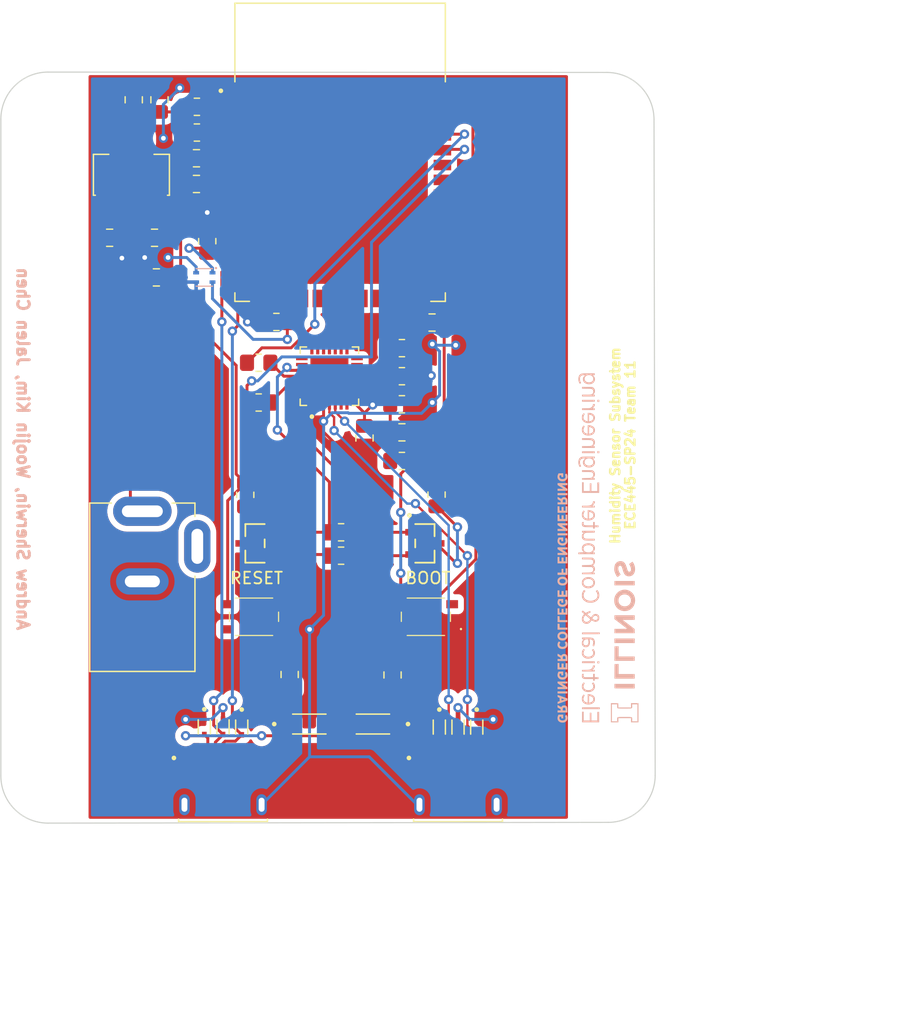
<source format=kicad_pcb>
(kicad_pcb (version 20221018) (generator pcbnew)
  (layers (0 "F.Cu" signal) (31 "B.Cu" signal) (34 "B.Paste" user) (35 "F.Paste" user) (36 "B.SilkS" user "B.Silkscreen") (37 "F.SilkS" user "F.Silkscreen") (38 "B.Mask" user) (39 "F.Mask" user) (44 "Edge.Cuts" user))
  (net 0 "")
  (net 1 "+12V")
  (net 2 "GND")
  (net 3 "+3.3V")
  (net 4 "Net-(C6-Pad1)")
  (net 5 "Net-(C7-Pad1)")
  (net 6 "Net-(U4-VBUS)")
  (net 7 "CHIP_PU")
  (net 8 "IO0")
  (net 9 "USB_DP")
  (net 10 "USB_DN")
  (net 11 "IO20")
  (net 12 "IO19")
  (net 13 "VBUS")
  (net 17 "Net-(U1-IO8)")
  (net 18 "Net-(U1-IO9)")
  (net 19 "Net-(U4-~{RST})")
  (net 20 "Net-(U4-~{SUSPEND})")
  (net 21 "Net-(U4-TXD)")
  (net 22 "U0RXD")
  (net 23 "Net-(U4-RXD)")
  (net 24 "U0TXD")
  (net 25 "DTR")
  (net 26 "Net-(U5-BASE)")
  (net 27 "RTS")
  (net 28 "Net-(U6-BASE)")
  (net 29 "Net-(U5-COLLECTOR)")
  (net 30 "Net-(U6-COLLECTOR)")
  (net 31 "ESP_3V3")
  (footprint "Resistor_SMD:R_0805_2012Metric_Pad1.20x1.40mm_HandSolder" (layer "F.Cu") (at 119.95 89 180)
    (fp_text reference "R7" hide)
    (fp_text value "0" hide)
  )
  (footprint "ECE445:SOT-23_ONS" (layer "F.Cu") (at 119.6348 101.0475 90)
    (fp_text reference "U5" hide)
    (fp_text value "L8050QLT1G" hide)
  )
  (footprint "Capacitor_SMD:C_0805_2012Metric_Pad1.18x1.45mm_HandSolder" (layer "F.Cu") (at 129 92.0375 -90)
    (fp_text reference "C8" hide)
    (fp_text value "10uF" hide)
  )
  (footprint "Resistor_SMD:R_0805_2012Metric_Pad1.20x1.40mm_HandSolder" (layer "F.Cu") (at 132.2 89.15 180)
    (fp_text reference "R6" hide)
    (fp_text value "47500" hide)
  )
  (footprint "ECE445:SOT-23_ONS" (layer "F.Cu") (at 134.1652 101.0475 -90)
    (fp_text reference "U6" hide)
    (fp_text value "L8050QLT1G" hide)
  )
  (footprint "Resistor_SMD:R_0805_2012Metric_Pad1.20x1.40mm_HandSolder" (layer "F.Cu") (at 114.665 63.71 180)
    (fp_text reference "R13" hide)
    (fp_text value "0" hide)
  )
  (footprint "ECE445:PTS815 SJG 250 SMTR LFS" (layer "F.Cu") (at 134.25 107.325 180)
    (fp_text reference "S1" hide)
    (fp_text value "PTS815_SJG_250_SMTR_LFS" hide)
  )
  (footprint "Capacitor_SMD:C_0805_2012Metric_Pad1.18x1.45mm_HandSolder" (layer "F.Cu") (at 111.04 74.91)
    (fp_text reference "C1" hide)
    (fp_text value "1uF" hide)
  )
  (footprint "Resistor_SMD:R_0805_2012Metric_Pad1.20x1.40mm_HandSolder" (layer "F.Cu") (at 115.55 75.2 90)
    (fp_text reference "R1" hide)
    (fp_text value "10000" hide)
  )
  (footprint "ECE445:LDL1117S33R-SnapEDA" (layer "F.Cu") (at 109.065 69.525 90)
    (fp_text reference "U2" hide)
    (fp_text value "LDL1117S33R-SnapEDA" hide)
  )
  (footprint "Capacitor_SMD:C_0805_2012Metric_Pad1.18x1.45mm_HandSolder" (layer "F.Cu") (at 114.6275 68.11 180)
    (fp_text reference "C10" hide)
    (fp_text value "1uF" hide)
  )
  (footprint "Capacitor_SMD:C_0805_2012Metric_Pad1.18x1.45mm_HandSolder" (layer "F.Cu") (at 107.2025 74.91 180)
    (fp_text reference "C2" hide)
    (fp_text value "4.7uF" hide)
  )
  (footprint "ECE445:LESD5D5_0CT1G" (layer "F.Cu") (at 138.6 116.76 -90)
    (fp_text reference "D1" hide)
    (fp_text value "LESD5D5.0CT1G" hide)
  )
  (footprint "Resistor_SMD:R_0805_2012Metric_Pad1.20x1.40mm_HandSolder" (layer "F.Cu") (at 132.2 86.75 180)
    (fp_text reference "R3" hide)
    (fp_text value "1000" hide)
  )
  (footprint "ECE445:PTS815 SJG 250 SMTR LFS" (layer "F.Cu") (at 119.55 107.325 180)
    (fp_text reference "S2" hide)
    (fp_text value "PTS815_SJG_250_SMTR_LFS" hide)
  )
  (footprint "ECE445:ESP32-S3-WROOM-1-N8-SnapEDA" (layer "F.Cu") (at 126.915 67.6)
    (fp_text reference "U1" hide)
    (fp_text value "ESP32-S3-WROOM-1-N8" hide)
  )
  (footprint "Resistor_SMD:R_0805_2012Metric_Pad1.20x1.40mm_HandSolder" (layer "F.Cu") (at 127 100.1)
    (fp_text reference "R10" hide)
    (fp_text value "10000" hide)
  )
  (footprint "Capacitor_SMD:C_0805_2012Metric_Pad1.18x1.45mm_HandSolder" (layer "F.Cu") (at 109.265 63.11 90)
    (fp_text reference "C4" hide)
    (fp_text value "10uF" hide)
  )
  (footprint "ECE445:PJ-202AH" (layer "F.Cu") (at 110 104.8 -90)
    (fp_text reference "J1" hide)
    (fp_text value "PJ-202AH" hide)
  )
  (footprint "Resistor_SMD:R_0805_2012Metric_Pad1.20x1.40mm_HandSolder" (layer "F.Cu") (at 118.8 96.895 90)
    (fp_text reference "R11" hide)
    (fp_text value "0" hide)
  )
  (footprint "Resistor_SMD:R_0805_2012Metric_Pad1.20x1.40mm_HandSolder" (layer "F.Cu") (at 121.465 82.11 180)
    (fp_text reference "R2" hide)
    (fp_text value "10000" hide)
  )
  (footprint "ECE445:LESD5D5_0CT1G" (layer "F.Cu") (at 118.5 116.76 -90)
    (fp_text reference "D3" hide)
    (fp_text value "LESD5D5.0CT1G" hide)
  )
  (footprint "ECE445:10118193-0001LF" (layer "F.Cu") (at 137 123.4)
    (fp_text reference "J2" hide)
    (fp_text value "10118193-0001LF" hide)
  )
  (footprint "ECE445:LESD5D5_0CT1G" (layer "F.Cu") (at 116.9 116.74 -90)
    (fp_text reference "D4" hide)
    (fp_text value "LESD5D5.0CT1G" hide)
  )
  (footprint "Capacitor_SMD:C_0805_2012Metric_Pad1.18x1.45mm_HandSolder" (layer "F.Cu") (at 114.6275 70.31 180)
    (fp_text reference "C12" hide)
    (fp_text value "0.1uF" hide)
  )
  (footprint "Capacitor_SMD:C_0805_2012Metric_Pad1.18x1.45mm_HandSolder" (layer "F.Cu") (at 111.2 78.3 180)
    (fp_text reference "C3" hide)
    (fp_text value "100nF" hide)
  )
  (footprint "Resistor_SMD:R_0805_2012Metric_Pad1.20x1.40mm_HandSolder" (layer "F.Cu") (at 127 102.1 180)
    (fp_text reference "R9" hide)
    (fp_text value "10000" hide)
  )
  (footprint "Capacitor_SMD:C_0805_2012Metric_Pad1.18x1.45mm_HandSolder" (layer "F.Cu") (at 111.465 63.11 90)
    (fp_text reference "C5" hide)
    (fp_text value "0.1uF" hide)
  )
  (footprint "Resistor_SMD:R_0805_2012Metric_Pad1.20x1.40mm_HandSolder" (layer "F.Cu") (at 132.2 94 180)
    (fp_text reference "R5" hide)
    (fp_text value "22100" hide)
  )
  (footprint "MountingHole:MountingHole_3.2mm_M3" (layer "F.Cu") (at 150.1 121.1)
    (fp_text reference "H4" hide)
    (fp_text value "MountingHole" hide)
  )
  (footprint "ECE445:CP2102N-A02-GQFN28" (layer "F.Cu") (at 126 86.75 90)
    (fp_text reference "U4" hide)
    (fp_text value "CP2102N-A02-GQFN28" hide)
  )
  (footprint "ECE445:10118193-0001LF" (layer "F.Cu") (at 116.9 123.4)
    (fp_text reference "J3" hide)
    (fp_text value "10118193-0001LF" hide)
  )
  (footprint "ECE445:LESD5D5_0CT1G" (layer "F.Cu") (at 135.4 116.76 -90)
    (fp_text reference "D7" hide)
    (fp_text value "LESD5D5.0CT1G" hide)
  )
  (footprint "ECE445:LESD5D5_0CT1G" (layer "F.Cu") (at 137 116.76 -90)
    (fp_text reference "D2" hide)
    (fp_text value "LESD5D5.0CT1G" hide)
  )
  (footprint "Resistor_SMD:R_0805_2012Metric_Pad1.20x1.40mm_HandSolder" (layer "F.Cu") (at 135.1652 96.876 90)
    (fp_text reference "R12" hide)
    (fp_text value "0" hide)
  )
  (footprint "ECE445:1N5819HW-7-F" (layer "F.Cu") (at 129.72 116.5 180)
    (fp_text reference "D6" hide)
    (fp_text value "1N5819HW-7-F" hide)
  )
  (footprint "Capacitor_SMD:C_0805_2012Metric_Pad1.18x1.45mm_HandSolder" (layer "F.Cu") (at 132.2 91.55)
    (fp_text reference "C9" hide)
    (fp_text value "1uF" hide)
  )
  (footprint "Resistor_SMD:R_0805_2012Metric_Pad1.20x1.40mm_HandSolder" (layer "F.Cu") (at 119.95 85.6 180)
    (fp_text reference "R8" hide)
    (fp_text value "0" hide)
  )
  (footprint "ECE445:LESD5D5_0CT1G" (layer "F.Cu") (at 115.3 116.74 -90)
    (fp_text reference "D8" hide)
    (fp_text value "LESD5D5.0CT1G" hide)
  )
  (footprint "Capacitor_SMD:C_0805_2012Metric_Pad1.18x1.45mm_HandSolder" (layer "F.Cu") (at 122.6 112.2625 90)
    (fp_text reference "C7" hide)
    (fp_text value "10uF" hide)
  )
  (footprint "ECE445:1N5819HW-7-F" (layer "F.Cu") (at 124.28 116.5)
    (fp_text reference "D5" hide)
    (fp_text value "1N5819HW-7-F" hide)
  )
  (footprint "Capacitor_SMD:C_0805_2012Metric_Pad1.18x1.45mm_HandSolder" (layer "F.Cu") (at 134.7775 82.16 180)
    (fp_text reference "C11" hide)
    (fp_text value "0.1uF" hide)
  )
  (footprint "MountingHole:MountingHole_3.2mm_M3" (layer "F.Cu") (at 101.7 121.1)
    (fp_text reference "H2" hide)
    (fp_text value "MountingHole" hide)
  )
  (footprint "MountingHole:MountingHole_3.2mm_M3" (layer "F.Cu") (at 101.8 64.5)
    (fp_text reference "H1" hide)
    (fp_text value "MountingHole" hide)
  )
  (footprint "MountingHole:MountingHole_3.2mm_M3" (layer "F.Cu") (at 149.881128 64.6)
    (fp_text reference "H3" hide)
    (fp_text value "MountingHole" hide)
  )
  (footprint "Resistor_SMD:R_0805_2012Metric_Pad1.20x1.40mm_HandSolder" (layer "F.Cu") (at 132.2 84.35 180)
    (fp_text reference "R4" hide)
    (fp_text value "10000" hide)
  )
  (footprint "Resistor_SMD:R_0805_2012Metric_Pad1.20x1.40mm_HandSolder" (layer "F.Cu") (at 114.665 65.91)
    (fp_text reference "R14" hide)
    (fp_text value "10000" hide)
  )
  (footprint "Capacitor_SMD:C_0805_2012Metric_Pad1.18x1.45mm_HandSolder" (layer "F.Cu") (at 131.4 112.3 90)
    (fp_text reference "C6" hide)
    (fp_text value "10uF" hide)
  )
  (footprint "ECE445:SHT45-AD1B-R3" (layer "B.Cu") (at 115.3 78.3 180)
    (fp_text reference "U3" hide)
    (fp_text value "SHT45-AD1B-R3" hide)
  )
  (footprint "ECE445:IllinoisECENegative31mm" (layer "B.Cu") (at 149 101.4 90)
    (fp_text reference "" hide)
    (fp_text value "LOGO" hide)
  )
  (gr_arc (start 101.931128 124.971128) (mid 99.08069 123.790438) (end 97.9 120.94) (stroke (width 0.1)) (layer "Edge.Cuts"))
  (gr_arc (start 97.9 64.771128) (mid 99.08069 61.92069) (end 101.931128 60.74) (stroke (width 0.1)) (layer "Edge.Cuts"))
  (gr_arc (start 149.731128 60.771128) (mid 152.581566 61.951818) (end 153.762256 64.802256) (stroke (width 0.1)) (layer "Edge.Cuts"))
  (gr_line (start 97.9 64.771128) (end 97.9 120.94) (stroke (width 0.1)) (layer "Edge.Cuts"))
  (gr_arc (start 153.862256 120.877744) (mid 152.681566 123.728182) (end 149.831128 124.908872) (stroke (width 0.1)) (layer "Edge.Cuts"))
  (gr_line (start 149.731128 60.771128) (end 101.931128 60.74) (stroke (width 0.1)) (layer "Edge.Cuts"))
  (gr_line (start 153.862256 120.877744) (end 153.762256 64.802256) (stroke (width 0.1)) (layer "Edge.Cuts"))
  (gr_line (start 101.931128 124.971128) (end 149.831128 124.908872) (stroke (width 0.1)) (layer "Edge.Cuts"))
  (gr_text "Andrew Sherwin, Woojin Kim, Jalen Chen" (at 99.2 108.6 270) (layer "B.SilkS") (effects (font (size 1 1) (thickness 0.25) bold) (justify left bottom mirror)))
  (gr_text "Humidity Sensor Subsystem\n  ECE445-SP24 Team 11" (at 152.2 101.2 90) (layer "F.SilkS") (effects (font (size 0.8 0.8) (thickness 0.2) bold) (justify left bottom)))
  (gr_text "BOOT" (at 132.4 104.6) (layer "F.SilkS") (effects (font (size 1 1)) (justify left bottom)))
  (gr_text "RESET" (at 117.4 104.6) (layer "F.SilkS") (effects (font (size 1 1)) (justify left bottom)))
  (segment (start 111.365 73.5475) (end 110.0025 74.91) (width 0.25) (layer "F.Cu") (net 1))
  (segment (start 111.365 72.54) (end 111.365 73.5475) (width 0.25) (layer "F.Cu") (net 1))
  (segment (start 110.0025 74.91) (end 108.975 75.9375) (width 0.25) (layer "F.Cu") (net 1))
  (segment (start 108.975 75.9375) (end 108.975 97.275) (width 0.25) (layer "F.Cu") (net 1))
  (segment (start 108.975 97.275) (end 110 98.3) (width 0.25) (layer "F.Cu") (net 1))
  (segment (start 138.275 82.625) (end 136.8 84.1) (width 0.25) (layer "F.Cu") (net 2))
  (segment (start 138.975 105.925) (end 138.975 86.275) (width 0.25) (layer "F.Cu") (net 2))
  (segment (start 112.2 76.6) (end 112.2 75.0325) (width 0.25) (layer "F.Cu") (net 2))
  (segment (start 120.1 121.4) (end 118.1 123.4) (width 0.25) (layer "F.Cu") (net 2))
  (segment (start 125.415 70.06) (end 126.815 71.46) (width 0.25) (layer "F.Cu") (net 2))
  (segment (start 125.897537 71.885) (end 126.332463 71.885) (width 0.25) (layer "F.Cu") (net 2))
  (segment (start 113.59 70.31) (end 112.8 71.1) (width 0.25) (layer "F.Cu") (net 2))
  (segment (start 125.5 91.525305) (end 125.5 90.6) (width 0.25) (layer "F.Cu") (net 2))
  (segment (start 109.265 62.0725) (end 111.465 62.0725) (width 0.25) (layer "F.Cu") (net 2))
  (segment (start 106.765 64.5725) (end 106.765 72.54) (width 0.25) (layer "F.Cu") (net 2))
  (segment (start 113.7 119.25) (end 113.7 120.95) (width 0.25) (layer "F.Cu") (net 2))
  (segment (start 123.49 69.477463) (end 123.972537 69.96) (width 0.25) (layer "F.Cu") (net 2))
  (segment (start 118.1 123.4) (end 120.2 123.4) (width 0.25) (layer "F.Cu") (net 2))
  (segment (start 113.7 120.95) (end 113.7 123.3) (width 0.25) (layer "F.Cu") (net 2))
  (segment (start 134.8 83.22) (end 133.74 82.16) (width 0.25) (layer "F.Cu") (net 2))
  (segment (start 125.415 71.46) (end 125.415 70.06) (width 0.25) (layer "F.Cu") (net 2))
  (segment (start 118.165 62.34) (end 113.44 62.34) (width 0.25) (layer "F.Cu") (net 2))
  (segment (start 126.297463 68) (end 126.815 68.517537) (width 0.25) (layer "F.Cu") (net 2))
  (segment (start 124.015 67.09) (end 124.015 68.56) (width 0.25) (layer "F.Cu") (net 2))
  (segment (start 127.34 70.442537) (end 126.857463 69.96) (width 0.25) (layer "F.Cu") (net 2))
  (segment (start 112.8 71.1) (end 112.8 74.1875) (width 0.25) (layer "F.Cu") (net 2))
  (segment (start 124.015 70.06) (end 125.415 70.06) (width 0.25) (layer "F.Cu") (net 2))
  (segment (start 133.7 123.4) (end 135.8 123.4) (width 0.25) (layer "F.Cu") (net 2))
  (segment (start 129 93.075) (end 127.049695 93.075) (width 0.25) (layer "F.Cu") (net 2))
  (segment (start 124.015 68.56) (end 124.015 68.517537) (width 0.25) (layer "F.Cu") (net 2))
  (segment (start 125.415 71.36) (end 125.415 71.402463) (width 0.25) (layer "F.Cu") (net 2))
  (segment (start 119.165 62.24) (end 124.015 67.09) (width 0.25) (layer "F.Cu") (net 2))
  (segment (start 140.2 121.4) (end 138.2 123.4) (width 0.25) (layer "F.Cu") (net 2))
  (segment (start 140 114.8) (end 140 116.1) (width 0.25) (layer "F.Cu") (net 2))
  (segment (start 124.015 68.56) (end 123.972537 68.56) (width 0.25) (layer "F.Cu") (net 2))
  (segment (start 138.975 86.275) (end 136.8 84.1) (width 0.25) (layer "F.Cu") (net 2))
  (segment (start 113.7 116.1) (end 115.28 116.1) (width 0.25) (layer "F.Cu") (net 2))
  (segment (start 126.332463 71.885) (end 126.815 71.402463) (width 0.25) (layer "F.Cu") (net 2))
  (segment (start 133.8 120.95) (end 133.8 121.4) (width 0.25) (layer "F.Cu") (net 2))
  (segment (start 125.5 87.25) (end 126 86.75) (width 0.25) (layer "F.Cu") (net 2))
  (segment (start 125.415 68.517537) (end 125.932537 68) (width 0.25) (layer "F.Cu") (net 2))
  (segment (start 113.59 70.31) (end 113.59 68.11) (width 0.25) (layer "F.Cu") (net 2))
  (segment (start 123.49 70.442537) (end 123.49 70.877463) (width 0.25) (layer "F.Cu") (net 2))
  (segment (start 134.65 89.15) (end 134.8 89) (width 0.25) (layer "F.Cu") (net 2))
  (segment (start 125.415 68.66) (end 125.415 70.06) (width 0.25) (layer "F.Cu") (net 2))
  (segment (start 124.015 71.36) (end 124.015 71.402463) (width 0.25) (layer "F.Cu") (net 2))
  (segment (start 127.049695 93.075) (end 125.5 91.525305) (width 0.25) (layer "F.Cu") (net 2))
  (segment (start 126.815 70.06) (end 125.415 70.06) (width 0.25) (layer "F.Cu") (net 2))
  (segment (start 124.015 69.96) (end 123.972537 69.96) (width 0.25) (layer "F.Cu") (net 2))
  (segment (start 110 115.55) (end 113.7 119.25) (width 0.25) (layer "F.Cu") (net 2))
  (segment (start 133.74 83.81) (end 133.2 84.35) (width 0.25) (layer "F.Cu") (net 2))
  (segment (start 124.497537 71.885) (end 124.932463 71.885) (width 0.25) (layer "F.Cu") (net 2))
  (segment (start 125.415 71.402463) (end 125.897537 71.885) (width 0.25) (layer "F.Cu") (net 2))
  (segment (start 111.4925 62.1) (end 111.465 62.0725) (width 0.25) (layer "F.Cu") (net 2))
  (segment (start 125.415 70.06) (end 124.015 68.66) (width 0.25) (layer "F.Cu") (net 2))
  (segment (start 126.815 69.96) (end 126.857463 69.96) (width 0.25) (layer "F.Cu") (net 2))
  (segment (start 124.015 71.402463) (end 124.497537 71.885) (width 0.25) (layer "F.Cu") (net 2))
  (segment (start 123.972537 69.96) (end 123.49 70.442537) (width 0.25) (layer "F.Cu") (net 2))
  (segment (start 115.7 123.4) (end 118.1 123.4) (width 0.25) (layer "F.Cu") (net 2))
  (segment (start 135.665 62.34) (end 136.665 62.34) (width 0.25) (layer "F.Cu") (net 2))
  (segment (start 124.3 108.4) (end 121.8 108.4) (width 0.25) (layer "F.Cu") (net 2))
  (segment (start 133.8 121.4) (end 135.8 123.4) (width 0.25) (layer "F.Cu") (net 2))
  (segment (start 106.165 100.465) (end 110 104.3) (width 0.25) (layer "F.Cu") (net 2))
  (segment (start 112.2375 76.6375) (end 112.2 76.6) (width 0.25) (layer "F.Cu") (net 2))
  (segment (start 118.165 62.24) (end 119.165 62.24) (width 0.25) (layer "F.Cu") (net 2))
  (segment (start 106.165 74.91) (end 106.165 100.465) (width 0.25) (layer "F.Cu") (net 2))
  (segment (start 136.665 62.34) (end 138.275 63.95) (width 0.25) (layer "F.Cu") (net 2))
  (segment (start 125.5 89.11) (end 125.5 87.25) (width 0.25) (layer "F.Cu") (net 2))
  (segment (start 140.2 116.3) (end 140.2 120.95) (width 0.25) (layer "F.Cu") (net 2))
  (segment (start 127.34 69.477463) (end 127.34 69.042537) (width 0.25) (layer "F.Cu") (net 2))
  (segment (start 123.972537 68.56) (end 123.49 69.042537) (width 0.25) (layer "F.Cu") (net 2))
  (segment (start 113.6 123.4) (end 115.7 123.4) (width 0.25) (layer "F.Cu") (net 2))
  (segment (start 112.8 74.1875) (end 112.0775 74.91) (width 0.25) (layer "F.Cu") (net 2))
  (segment (start 135.8 123.4) (end 138.2 123.4) (width 0.25) (layer "F.Cu") (net 2))
  (segment (start 133.135 62.34) (end 126.815 68.66) (width 0.25) (layer "F.Cu") (net 2))
  (segment (start 138.2 123.4) (end 140.3 123.4) (width 0.25) (layer "F.Cu") (net 2))
  (segment (start 135.665 62.34) (end 133.135 62.34) (width 0.25) (layer "F.Cu") (net 2))
  (segment (start 124.932463 71.885) (end 125.415 71.402463) (width 0.25) (layer "F.Cu") (net 2))
  (segment (start 138.6 116.1) (end 140 116.1) (width 0.25) (layer "F.Cu") (net 2))
  (segment (start 127.34 69.042537) (end 126.857463 68.56) (width 0.25) (layer "F.Cu") (net 2))
  (segment (start 109.265 62.0725) (end 106.765 64.5725) (width 0.25) (layer "F.Cu") (net 2))
  (segment (start 127.34 70.877463) (end 127.34 70.442537) (width 0.25) (layer "F.Cu") (net 2))
  (segment (start 112.2 75.0325) (end 112.0775 74.91) (width 0.25) (layer "F.Cu") (net 2))
  (segment (start 120.1 120.95) (end 120.1 123.3) (width 0.25) (layer "F.Cu") (net 2))
  (segment (start 133.2 89.15) (end 134.65 89.15) (width 0.25) (layer "F.Cu") (net 2))
  (segment (start 123.49 69.042537) (end 123.49 69.477463) (width 0.25) (layer "F.Cu") (net 2))
  (segment (start 126.857463 71.36) (end 127.34 70.877463) (width 0.25) (layer "F.Cu") (net 2))
  (segment (start 123.49 70.877463) (end 123.972537 71.36) (width 0.25) (layer "F.Cu") (net 2))
  (segment (start 138.975 113.775) (end 140 114.8) (width 0.25) (layer "F.Cu") (net 2))
  (segment (start 120.1 120.95) (end 120.1 121.4) (width 0.25) (layer "F.Cu") (net 2))
  (segment (start 126.815 71.402463) (end 126.815 71.36) (width 0.25) (layer "F.Cu") (net 2))
  (segment (start 113.59 68.11) (end 113.51 68.11) (width 0.25) (layer "F.Cu") (net 2))
  (segment (start 124.015 71.46) (end 125.415 70.06) (width 0.25) (layer "F.Cu") (net 2))
  (segment (start 133.8 120.95) (end 133.8 123.3) (width 0.25) (layer "F.Cu") (net 2))
  (segment (start 134.8 84) (end 134.8 83.22) (width 0.25) (layer "F.Cu") (net 2))
  (segment (start 110 104.3) (end 110 115.55) (width 0.25) (layer "F.Cu") (net 2))
  (segment (start 124.932463 68.035) (end 125.415 68.517537) (width 0.25) (layer "F.Cu") (net 2))
  (segment (start 136.5 108.4) (end 138.975 105.925) (width 0.25) (layer "F.Cu") (net 2))
  (segment (start 126.857463 69.96) (end 127.34 69.477463) (width 0.25) (layer "F.Cu") (net 2))
  (segment (start 106.165 74.91) (end 106.165 73.14) (width 0.25) (layer "F.Cu") (net 2))
  (segment (start 125.415 68.56) (end 125.415 68.517537) (width 0.25) (layer "F.Cu") (net 2))
  (segment (start 125.5 90.6) (end 125.5 89.11) (width 0.25) (layer "F.Cu") (net 2))
  (segment (start 126.815 68.517537) (end 126.815 68.56) (width 0.25) (layer "F.Cu") (net 2))
  (segment (start 126.857463 68.56) (end 126.815 68.56) (width 0.25) (layer "F.Cu") (net 2))
  (segment (start 125.932537 68) (end 126.297463 68) (width 0.25) (layer "F.Cu") (net 2))
  (segment (start 138.275 63.95) (end 138.275 82.625) (width 0.25) (layer "F.Cu") (net 2))
  (segment (start 113.7 121.4) (end 115.7 123.4) (width 0.25) (layer "F.Cu") (net 2))
  (segment (start 140.2 120.95) (end 140.2 121.4) (width 0.25) (layer "F.Cu") (net 2))
  (segment (start 124.497537 68.035) (end 124.932463 68.035) (width 0.25) (layer "F.Cu") (net 2))
  (segment (start 140 116.1) (end 140.2 116.3) (width 0.25) (layer "F.Cu") (net 2))
  (segment (start 124.015 68.517537) (end 124.497537 68.035) (width 0.25) (layer "F.Cu") (net 2))
  (segment (start 113.7 120.95) (end 113.7 121.4) (width 0.25) (layer "F.Cu") (net 2))
  (segment (start 126.815 68.66) (end 125.415 70.06) (width 0.25) (layer "F.Cu") (net 2))
  (segment (start 140.2 120.95) (end 140.2 123.3) (width 0.25) (layer "F.Cu") (net 2))
  (segment (start 123.972537 71.36) (end 124.015 71.36) (width 0.25) (layer "F.Cu") (net 2))
  (segment (start 113.44 62.34) (end 113.2 62.1) (width 0.25) (layer "F.Cu") (net 2))
  (segment (start 112.2375 78.3) (end 112.2375 76.6375) (width 0.25) (layer "F.Cu") (net 2))
  (segment (start 126.815 71.36) (end 126.857463 71.36) (width 0.25) (layer "F.Cu") (net 2))
  (segment (start 133.74 82.16) (end 133.74 83.81) (width 0.25) (layer "F.Cu") (net 2))
  (segment (start 106.165 73.14) (end 106.765 72.54) (width 0.25) (layer "F.Cu") (net 2))
  (segment (start 138.975 105.925) (end 138.975 113.775) (width 0.25) (layer "F.Cu") (net 2))
  (segment (start 113.51 68.11) (end 111.8 66.4) (width 0.25) (layer "F.Cu") (net 2))
  (segment (start 113.2 62.1) (end 111.4925 62.1) (width 0.25) (layer "F.Cu") (net 2))
  (via (at 134.8 89) (size 0.8) (drill 0.4) (layers "F.Cu" "B.Cu") (net 2))
  (via (at 140 116.1) (size 0.8) (drill 0.4) (layers "F.Cu" "B.Cu") (net 2))
  (via (at 113.7 116.1) (size 0.8) (drill 0.4) (layers "F.Cu" "B.Cu") (net 2))
  (via (at 112.2 76.6) (size 0.8) (drill 0.4) (layers "F.Cu" "B.Cu") (net 2))
  (via (at 113.2 62.1) (size 0.8) (drill 0.4) (layers "F.Cu" "B.Cu") (net 2))
  (via (at 124.3 108.4) (size 0.8) (drill 0.4) (layers "F.Cu" "B.Cu") (net 2))
  (via (at 116.9 115.1) (size 0.8) (drill 0.4) (layers "F.Cu" "B.Cu") (net 2))
  (via (at 111.8 66.4) (size 0.8) (drill 0.4) (layers "F.Cu" "B.Cu") (net 2))
  (via (at 137 115.1) (size 0.8) (drill 0.4) (layers "F.Cu" "B.Cu") (net 2))
  (via (at 134.8 84) (size 0.8) (drill 0.4) (layers "F.Cu" "B.Cu") (net 2))
  (via (at 136.8 84.1) (size 0.8) (drill 0.4) (layers "F.Cu" "B.Cu") (net 2))
  (via (at 125.5 90.6) (size 0.8) (drill 0.4) (layers "F.Cu" "B.Cu") (net 2))
  (segment (start 116.9 115.1) (end 115.9 116.1) (width 0.25) (layer "B.Cu") (net 2))
  (segment (start 115.9 116.1) (end 113.7 116.1) (width 0.25) (layer "B.Cu") (net 2))
  (segment (start 111.8 63.5) (end 113.2 62.1) (width 0.25) (layer "B.Cu") (net 2))
  (segment (start 126.225 89.875) (end 125.5 90.6) (width 0.25) (layer "B.Cu") (net 2))
  (segment (start 138 116.1) (end 137 115.1) (width 0.25) (layer "B.Cu") (net 2))
  (segment (start 134.8 89) (end 133.875 89.925) (width 0.25) (layer "B.Cu") (net 2))
  (segment (start 114.6 77.9) (end 114.6 77.4) (width 0.25) (layer "B.Cu") (net 2))
  (segment (start 133.875 89.925) (end 127.650305 89.925) (width 0.25) (layer "B.Cu") (net 2))
  (segment (start 114.6 77.4) (end 114 76.8) (width 0.25) (layer "B.Cu") (net 2))
  (segment (start 113.8 76.6) (end 112.2 76.6) (width 0.25) (layer "B.Cu") (net 2))
  (segment (start 136.8 84.1) (end 134.9 84.1) (width 0.25) (layer "B.Cu") (net 2))
  (segment (start 134.8 89) (end 135.425 88.375) (width 0.25) (layer "B.Cu") (net 2))
  (segment (start 124.3 119.3) (end 124.3 108.4) (width 0.25) (layer "B.Cu") (net 2))
  (segment (start 135.425 84.625) (end 134.8 84) (width 0.25) (layer "B.Cu") (net 2))
  (segment (start 134.9 84.1) (end 134.8 84) (width 0.25) (layer "B.Cu") (net 2))
  (segment (start 125.5 90.6) (end 125.5 107.2) (width 0.25) (layer "B.Cu") (net 2))
  (segment (start 140 116.1) (end 138 116.1) (width 0.25) (layer "B.Cu") (net 2))
  (segment (start 135.425 88.375) (end 135.425 84.625) (width 0.25) (layer "B.Cu") (net 2))
  (segment (start 133.7 123.4) (end 133.5 123.4) (width 0.25) (layer "B.Cu") (net 2))
  (segment (start 125.5 107.2) (end 124.3 108.4) (width 0.25) (layer "B.Cu") (net 2))
  (segment (start 129.4 119.3) (end 124.3 119.3) (width 0.25) (layer "B.Cu") (net 2))
  (segment (start 114 76.8) (end 113.8 76.6) (width 0.25) (layer "B.Cu") (net 2))
  (segment (start 124.3 119.3) (end 120.2 123.4) (width 0.25) (layer "B.Cu") (net 2))
  (segment (start 127.650305 89.925) (end 127.600305 89.875) (width 0.25) (layer "B.Cu") (net 2))
  (segment (start 127.600305 89.875) (end 126.225 89.875) (width 0.25) (layer "B.Cu") (net 2))
  (segment (start 111.8 66.4) (end 111.8 63.5) (width 0.25) (layer "B.Cu") (net 2))
  (segment (start 133.5 123.4) (end 129.4 119.3) (width 0.25) (layer "B.Cu") (net 2))
  (segment (start 108.25 74.92) (end 108.24 74.91) (width 0.25) (layer "F.Cu") (net 3))
  (segment (start 108.25 76.65) (end 108.25 74.92) (width 0.25) (layer "F.Cu") (net 3))
  (segment (start 109.065 64.3475) (end 109.265 64.1475) (width 0.25) (layer "F.Cu") (net 3))
  (segment (start 115.55 72.75) (end 115.55 74.2) (width 0.25) (layer "F.Cu") (net 3))
  (segment (start 120.465 82.11) (end 119.01 82.11) (width 0.25) (layer "F.Cu") (net 3))
  (segment (start 128.21 89.11) (end 129 89.9) (width 0.25) (layer "F.Cu") (net 3))
  (segment (start 109.065 66.51) (end 109.065 64.3475) (width 0.25) (layer "F.Cu") (net 3))
  (segment (start 109.065 72.54) (end 109.065 74.085) (width 0.25) (layer "F.Cu") (net 3))
  (segment (start 110.1625 78.3) (end 110.1625 76.6375) (width 0.25) (layer "F.Cu") (net 3))
  (segment (start 111.465 64.1475) (end 113.2275 64.1475) (width 0.25) (layer "F.Cu") (net 3))
  (segment (start 133.2 86.75) (end 134.65 86.75) (width 0.25) (layer "F.Cu") (net 3))
  (segment (start 129 91) (end 129 89.9) (width 0.25) (layer "F.Cu") (net 3))
  (segment (start 127 89.11) (end 127.5 89.11) (width 0.25) (layer "F.Cu") (net 3))
  (segment (start 109.065 74.085) (end 108.24 74.91) (width 0.25) (layer "F.Cu") (net 3))
  (segment (start 109.065 66.51) (end 109.065 72.54) (width 0.25) (layer "F.Cu") (net 3))
  (segment (start 127.5 89.11) (end 128.21 89.11) (width 0.25) (layer "F.Cu") (net 3))
  (segment (start 109.265 64.1475) (end 111.465 64.1475) (width 0.25) (layer "F.Cu") (net 3))
  (segment (start 113.2275 64.1475) (end 113.665 63.71) (width 0.25) (layer "F.Cu") (net 3))
  (segment (start 108.24 74.91) (end 107.94 74.91) (width 0.25) (layer "F.Cu") (net 3))
  (segment (start 129 89.9) (end 129.7 89.2) (width 0.25) (layer "F.Cu") (net 3))
  (via (at 115.55 72.75) (size 0.8) (drill 0.4) (layers "F.Cu" "B.Cu") (net 3))
  (via (at 134.7 86.7) (size 0.8) (drill 0.4) (layers "F.Cu" "B.Cu") (net 3))
  (via (at 108.25 76.65) (size 0.8) (drill 0.4) (layers "F.Cu" "B.Cu") (net 3))
  (via (at 129.7 89.2) (size 0.8) (drill 0.4) (layers "F.Cu" "B.Cu") (net 3))
  (via (at 119 82.1) (size 0.8) (drill 0.4) (layers "F.Cu" "B.Cu") (net 3))
  (via (at 110.2 76.6) (size 0.8) (drill 0.4) (layers "F.Cu" "B.Cu") (net 3))
  (segment (start 131 87.9) (end 129.7 89.2) (width 0.25) (layer "B.Cu") (net 3))
  (segment (start 134 87.9) (end 131 87.9) (width 0.25) (layer "B.Cu") (net 3))
  (segment (start 134.7 86.7) (end 134.7 87.2) (width 0.25) (layer "B.Cu") (net 3))
  (segment (start 134.7 87.2) (end 134 87.9) (width 0.25) (layer "B.Cu") (net 3))
  (segment (start 108.25 76.65) (end 110.15 76.65) (width 0.25) (layer "B.Cu") (net 3))
  (segment (start 110.15 76.65) (end 110.2 76.6) (width 0.25) (layer "B.Cu") (net 3))
  (segment (start 131.4 116.5) (end 131.4 113.3375) (width 0.25) (layer "F.Cu") (net 4))
  (segment (start 122.6 116.5) (end 122.6 113.3) (width 0.25) (layer "F.Cu") (net 5))
  (segment (start 130.3 88.25) (end 128.36 88.25) (width 0.25) (layer "F.Cu") (net 6))
  (segment (start 131.2 94) (end 131.2 91.5875) (width 0.25) (layer "F.Cu") (net 6))
  (segment (start 131.2 89.15) (end 130.3 88.25) (width 0.25) (layer "F.Cu") (net 6))
  (segment (start 131.2 89.15) (end 131.2 91.5125) (width 0.25) (layer "F.Cu") (net 6))
  (segment (start 115.665 70.31) (end 115.665 68.11) (width 0.25) (layer "F.Cu") (net 7))
  (segment (start 117.3 97.395) (end 118.8 95.895) (width 0.25) (layer "F.Cu") (net 7))
  (segment (start 118.025 85.825) (end 113.275 81.075) (width 0.25) (layer "F.Cu") (net 7))
  (segment (start 113.275 81.075) (end 113.275 72.7) (width 0.25) (layer "F.Cu") (net 7))
  (segment (start 113.275 72.7) (end 115.665 70.31) (width 0.25) (layer "F.Cu") (net 7))
  (segment (start 118.8 95.895) (end 118.025 95.12) (width 0.25) (layer "F.Cu") (net 7))
  (segment (start 117.3 106.25) (end 117.3 97.395) (width 0.25) (layer "F.Cu") (net 7))
  (segment (start 118.025 95.12) (end 118.025 85.825) (width 0.25) (layer "F.Cu") (net 7))
  (segment (start 116.795 64.78) (end 118.165 64.78) (width 0.25) (layer "F.Cu") (net 7))
  (segment (start 115.665 65.91) (end 115.665 68.11) (width 0.25) (layer "F.Cu") (net 7))
  (segment (start 115.665 65.91) (end 116.795 64.78) (width 0.25) (layer "F.Cu") (net 7))
  (segment (start 135.815 82.16) (end 135.815 78.9) (width 0.25) (layer "F.Cu") (net 8))
  (segment (start 135.815 82.16) (end 135.815 95.2262) (width 0.25) (layer "F.Cu") (net 8))
  (segment (start 135.815 78.9) (end 135.665 78.75) (width 0.25) (layer "F.Cu") (net 8))
  (segment (start 138.525 99.2358) (end 135.1652 95.876) (width 0.25) (layer "F.Cu") (net 8))
  (segment (start 134.675305 106.25) (end 138.525 102.400305) (width 0.25) (layer "F.Cu") (net 8))
  (segment (start 135.815 95.2262) (end 135.1652 95.876) (width 0.25) (layer "F.Cu") (net 8))
  (segment (start 138.525 102.400305) (end 138.525 99.2358) (width 0.25) (layer "F.Cu") (net 8))
  (segment (start 132 106.25) (end 134.675305 106.25) (width 0.25) (layer "F.Cu") (net 8))
  (segment (start 133.355378 97.650922) (end 133.355378 97.644622) (width 0.2) (layer "F.Cu") (net 9))
  (segment (start 126.4 91.4) (end 126.4 90.265686) (width 0.2) (layer "F.Cu") (net 9))
  (segment (start 138.6 117.42) (end 138.02 118) (width 0.2) (layer "F.Cu") (net 9))
  (segment (start 126 89.865686) (end 126 89.11) (width 0.2) (layer "F.Cu") (net 9))
  (segment (start 137 118.15) (end 137 120.725) (width 0.2) (layer "F.Cu") (net 9))
  (segment (start 137.8 116.62) (end 137.8 114.4) (width 0.2) (layer "F.Cu") (net 9))
  (segment (start 138.02 118) (end 137.15 118) (width 0.2) (layer "F.Cu") (net 9))
  (segment (start 138.6 117.42) (end 137.8 116.62) (width 0.2) (layer "F.Cu") (net 9))
  (segment (start 136.504456 100.8) (end 136.504456 100.804456) (width 0.2) (layer "F.Cu") (net 9))
  (segment (start 136.504456 100.804456) (end 137.8 102.1) (width 0.2) (layer "F.Cu") (net 9))
  (segment (start 137.15 118) (end 137 118.15) (width 0.2) (layer "F.Cu") (net 9))
  (segment (start 136.504456 100.8) (end 133.355378 97.650922) (width 0.2) (layer "F.Cu") (net 9))
  (segment (start 126.4 90.265686) (end 126 89.865686) (width 0.2) (layer "F.Cu") (net 9))
  (via (at 137.8 102.1) (size 0.8) (drill 0.4) (layers "F.Cu" "B.Cu") (net 9))
  (via (at 133.355378 97.644622) (size 0.8) (drill 0.4) (layers "F.Cu" "B.Cu") (net 9))
  (via (at 126.4 91.4) (size 0.8) (drill 0.4) (layers "F.Cu" "B.Cu") (net 9))
  (via (at 137.8 114.4) (size 0.8) (drill 0.4) (layers "F.Cu" "B.Cu") (net 9))
  (segment (start 132.644622 97.644622) (end 126.4 91.4) (width 0.2) (layer "B.Cu") (net 9))
  (segment (start 137.8 114.4) (end 137.8 102.1) (width 0.2) (layer "B.Cu") (net 9))
  (segment (start 133.355378 97.644622) (end 132.644622 97.644622) (width 0.2) (layer "B.Cu") (net 9))
  (segment (start 136.35 118.07) (end 136.35 120.725) (width 0.2) (layer "F.Cu") (net 10))
  (segment (start 127.3 90.6) (end 126.5 89.8) (width 0.2) (layer "F.Cu") (net 10))
  (segment (start 136.2 116.62) (end 136.2 114.4) (width 0.2) (layer "F.Cu") (net 10))
  (segment (start 137 117.42) (end 136.35 118.07) (width 0.2) (layer "F.Cu") (net 10))
  (segment (start 137 117.42) (end 136.2 116.62) (width 0.2) (layer "F.Cu") (net 10))
  (segment (start 126.5 89.8) (end 126.5 89.11) (width 0.2) (layer "F.Cu") (net 10))
  (via (at 136.2 114.4) (size 0.8) (drill 0.4) (layers "F.Cu" "B.Cu") (net 10))
  (via (at 127.3 90.6) (size 0.8) (drill 0.4) (layers "F.Cu" "B.Cu") (net 10))
  (segment (start 136.2 99.5) (end 127.3 90.6) (width 0.2) (layer "B.Cu") (net 10))
  (segment (start 136.2 114.4) (end 136.2 99.5) (width 0.2) (layer "B.Cu") (net 10))
  (segment (start 117.085 117.965) (end 116.9 118.15) (width 0.25) (layer "F.Cu") (net 11))
  (segment (start 117.7 82.9) (end 118.165 82.435) (width 0.25) (layer "F.Cu") (net 11))
  (segment (start 118.5 117.42) (end 117.955 117.965) (width 0.25) (layer "F.Cu") (net 11))
  (segment (start 117.7 116.62) (end 117.7 114.5) (width 0.25) (layer "F.Cu") (net 11))
  (segment (start 118.165 82.435) (end 118.165 78.75) (width 0.25) (layer "F.Cu") (net 11))
  (segment (start 118.5 117.42) (end 117.7 116.62) (width 0.25) (layer "F.Cu") (net 11))
  (segment (start 116.9 118.15) (end 116.9 120.725) (width 0.25) (layer "F.Cu") (net 11))
  (segment (start 117.955 117.965) (end 117.085 117.965) (width 0.25) (layer "F.Cu") (net 11))
  (via (at 117.7 82.9) (size 0.8) (drill 0.4) (layers "F.Cu" "B.Cu") (net 11))
  (via (at 117.7 114.5) (size 0.8) (drill 0.4) (layers "F.Cu" "B.Cu") (net 11))
  (segment (start 117.7 114.5) (end 117.7 82.9) (width 0.25) (layer "B.Cu") (net 11))
  (segment (start 116.8 82.1) (end 116.8 77.845) (width 0.25) (layer "F.Cu") (net 12))
  (segment (start 116.1 116.6) (end 116.1 114.5) (width 0.25) (layer "F.Cu") (net 12))
  (segment (start 116.9 117.4) (end 116.25 118.05) (width 0.25) (layer "F.Cu") (net 12))
  (segment (start 116.25 118.05) (end 116.25 120.725) (width 0.25) (layer "F.Cu") (net 12))
  (segment (start 116.9 117.4) (end 116.1 116.6) (width 0.25) (layer "F.Cu") (net 12))
  (segment (start 117.165 77.48) (end 118.165 77.48) (width 0.25) (layer "F.Cu") (net 12))
  (segment (start 116.8 77.845) (end 117.165 77.48) (width 0.25) (layer "F.Cu") (net 12))
  (via (at 116.8 82.1) (size 0.8) (drill 0.4) (layers "F.Cu" "B.Cu") (net 12))
  (via (at 116.1 114.5) (size 0.8) (drill 0.4) (layers "F.Cu" "B.Cu") (net 12))
  (segment (start 116.1 114.5) (end 116.8 113.8) (width 0.25) (layer "B.Cu") (net 12))
  (segment (start 116.8 113.8) (end 116.8 82.1) (width 0.25) (layer "B.Cu") (net 12))
  (segment (start 135.7 117.72) (end 135.7 120.725) (width 0.25) (layer "F.Cu") (net 13))
  (segment (start 128.96 117.42) (end 128.04 116.5) (width 0.25) (layer "F.Cu") (net 13))
  (segment (start 128.04 108.71) (end 132.1 104.65) (width 0.25) (layer "F.Cu") (net 13))
  (segment (start 115.6 117.7) (end 115.6 120.725) (width 0.25) (layer "F.Cu") (net 13))
  (segment (start 132.1 104.65) (end 132.1 103.6) (width 0.25) (layer "F.Cu") (net 13))
  (segment (start 132.1 98.4) (end 132.1 95.1) (width 0.25) (layer "F.Cu") (net 13))
  (segment (start 128.04 116.5) (end 128.04 108.71) (width 0.25) (layer "F.Cu") (net 13))
  (segment (start 128.04 116.5) (end 125.96 116.5) (width 0.25) (layer "F.Cu") (net 13))
  (segment (start 132.1 95.1) (end 133.2 94) (width 0.25) (layer "F.Cu") (net 13))
  (segment (start 113.7 117.5) (end 115.2 117.5) (width 0.25) (layer "F.Cu") (net 13))
  (segment (start 115.3 117.4) (end 115.6 117.7) (width 0.25) (layer "F.Cu") (net 13))
  (segment (start 124.96 117.5) (end 120.2 117.5) (width 0.25) (layer "F.Cu") (net 13))
  (segment (start 135.4 117.42) (end 135.7 117.72) (width 0.25) (layer "F.Cu") (net 13))
  (segment (start 135.4 117.42) (end 128.96 117.42) (width 0.25) (layer "F.Cu") (net 13))
  (segment (start 125.96 116.5) (end 124.96 117.5) (width 0.25) (layer "F.Cu") (net 13))
  (via (at 113.7 117.5) (size 0.8) (drill 0.4) (layers "F.Cu" "B.Cu") (net 13))
  (via (at 120.2 117.5) (size 0.8) (drill 0.4) (layers "F.Cu" "B.Cu") (net 13))
  (via (at 132.1 98.4) (size 0.8) (drill 0.4) (layers "F.Cu" "B.Cu") (net 13))
  (via (at 132.1 103.6) (size 0.8) (drill 0.4) (layers "F.Cu" "B.Cu") (net 13))
  (segment (start 132.1 103.6) (end 132.1 98.4) (width 0.25) (layer "B.Cu") (net 13))
  (segment (start 120.2 117.5) (end 113.7 117.5) (width 0.25) (layer "B.Cu") (net 13))
  (segment (start 114 75.800497) (end 115.150497 75.800497) (width 0.25) (layer "F.Cu") (net 17))
  (segment (start 118.165 76.21) (end 115.56 76.21) (width 0.25) (layer "F.Cu") (net 17))
  (segment (start 115.56 76.21) (end 115.55 76.2) (width 0.25) (layer "F.Cu") (net 17))
  (segment (start 115.150497 75.800497) (end 115.55 76.2) (width 0.25) (layer "F.Cu") (net 17))
  (via (at 114 75.800497) (size 0.8) (drill 0.4) (layers "F.Cu" "B.Cu") (net 17))
  (segment (start 116 77.5) (end 114.300497 75.800497) (width 0.25) (layer "B.Cu") (net 17))
  (segment (start 114.300497 75.800497) (end 114 75.800497) (width 0.25) (layer "B.Cu") (net 17))
  (segment (start 116 77.9) (end 116 77.5) (width 0.25) (layer "B.Cu") (net 17))
  (segment (start 122.465 80.005) (end 122.47 80) (width 0.25) (layer "F.Cu") (net 18))
  (segment (start 122.4 83.6) (end 122.4 82.175) (width 0.25) (layer "F.Cu") (net 18))
  (segment (start 122.465 82.11) (end 122.465 80.005) (width 0.25) (layer "F.Cu") (net 18))
  (via (at 122.4 83.6) (size 0.8) (drill 0.4) (layers "F.Cu" "B.Cu") (net 18))
  (segment (start 119.474695 83.6) (end 122.4 83.6) (width 0.25) (layer "B.Cu") (net 18))
  (segment (start 116 78.7) (end 116 80.125305) (width 0.25) (layer "B.Cu") (net 18))
  (segment (start 116 80.125305) (end 119.474695 83.6) (width 0.25) (layer "B.Cu") (net 18))
  (segment (start 131.2 86.75) (end 130.2 87.75) (width 0.25) (layer "F.Cu") (net 19))
  (segment (start 130.2 87.75) (end 128.36 87.75) (width 0.25) (layer "F.Cu") (net 19))
  (segment (start 129.5 86.75) (end 128.36 86.75) (width 0.25) (layer "F.Cu") (net 20))
  (segment (start 131.2 84.35) (end 131.2 85.05) (width 0.25) (layer "F.Cu") (net 20))
  (segment (start 131.2 85.05) (end 129.5 86.75) (width 0.25) (layer "F.Cu") (net 20))
  (segment (start 123.64 87.25) (end 122.7 87.25) (width 0.25) (layer "F.Cu") (net 21))
  (segment (start 122.7 87.25) (end 120.95 89) (width 0.25) (layer "F.Cu") (net 21))
  (segment (start 137.55 67.35) (end 135.695 67.35) (width 0.25) (layer "F.Cu") (net 22))
  (segment (start 135.695 67.35) (end 135.665 67.32) (width 0.25) (layer "F.Cu") (net 22))
  (segment (start 118.95 87.55) (end 119.35 87.15) (width 0.25) (layer "F.Cu") (net 22))
  (segment (start 118.95 89) (end 118.95 87.55) (width 0.25) (layer "F.Cu") (net 22))
  (via (at 119.35 87.15) (size 0.8) (drill 0.4) (layers "F.Cu" "B.Cu") (net 22))
  (via (at 137.55 67.35) (size 0.8) (drill 0.4) (layers "F.Cu" "B.Cu") (net 22))
  (segment (start 129.6 75.3) (end 137.55 67.35) (width 0.25) (layer "B.Cu") (net 22))
  (segment (start 119.35 87.15) (end 119.875305 87.15) (width 0.25) (layer "B.Cu") (net 22))
  (segment (start 119.875305 87.15) (end 121.925305 85.1) (width 0.25) (layer "B.Cu") (net 22))
  (segment (start 129.6 85.1) (end 129.6 75.3) (width 0.25) (layer "B.Cu") (net 22))
  (segment (start 121.925305 85.1) (end 129.6 85.1) (width 0.25) (layer "B.Cu") (net 22))
  (segment (start 122.1 86.75) (end 120.95 85.6) (width 0.25) (layer "F.Cu") (net 23))
  (segment (start 123.64 86.75) (end 122.1 86.75) (width 0.25) (layer "F.Cu") (net 23))
  (segment (start 120.225 84.325) (end 122.725 84.325) (width 0.25) (layer "F.Cu") (net 24))
  (segment (start 118.95 85.6) (end 120.225 84.325) (width 0.25) (layer "F.Cu") (net 24))
  (segment (start 122.725 84.325) (end 124.75 82.3) (width 0.25) (layer "F.Cu") (net 24))
  (segment (start 137.55 66.05) (end 135.665 66.05) (width 0.25) (layer "F.Cu") (net 24))
  (via (at 137.55 66.05) (size 0.8) (drill 0.4) (layers "F.Cu" "B.Cu") (net 24))
  (via (at 124.75 82.3) (size 0.8) (drill 0.4) (layers "F.Cu" "B.Cu") (net 24))
  (segment (start 124.75 78.85) (end 137.55 66.05) (width 0.25) (layer "B.Cu") (net 24))
  (segment (start 124.75 82.3) (end 124.75 78.85) (width 0.25) (layer "B.Cu") (net 24))
  (segment (start 127.075 95.175) (end 123.64 91.74) (width 0.25) (layer "F.Cu") (net 25))
  (segment (start 128 102.1) (end 127.075 101.175) (width 0.25) (layer "F.Cu") (net 25))
  (segment (start 127.075 101.175) (end 127.075 95.175) (width 0.25) (layer "F.Cu") (net 25))
  (segment (start 123.64 91.74) (end 123.64 88.25) (width 0.25) (layer "F.Cu") (net 25))
  (segment (start 128 102.1) (end 133.1 102.1) (width 0.25) (layer "F.Cu") (net 25))
  (segment (start 120.6 102) (end 125.9 102) (width 0.25) (layer "F.Cu") (net 26))
  (segment (start 120.6 100.095) (end 125.995 100.095) (width 0.25) (layer "F.Cu") (net 27))
  (segment (start 123.64 86.25) (end 122.624598 86.25) (width 0.25) (layer "F.Cu") (net 27))
  (segment (start 126 95.8) (end 121.55 91.35) (width 0.25) (layer "F.Cu") (net 27))
  (segment (start 126 100.1) (end 126 95.8) (width 0.25) (layer "F.Cu") (net 27))
  (segment (start 122.624598 86.25) (end 122.369731 85.995133) (width 0.25) (layer "F.Cu") (net 27))
  (segment (start 125.995 100.095) (end 126 100.1) (width 0.25) (layer "F.Cu") (net 27))
  (via (at 122.369731 85.995133) (size 0.8) (drill 0.4) (layers "F.Cu" "B.Cu") (net 27))
  (via (at 121.55 91.35) (size 0.8) (drill 0.4) (layers "F.Cu" "B.Cu") (net 27))
  (segment (start 121.55 86.814864) (end 121.55 91.35) (width 0.25) (layer "B.Cu") (net 27))
  (segment (start 122.369731 85.995133) (end 121.55 86.814864) (width 0.25) (layer "B.Cu") (net 27))
  (segment (start 128 100.1) (end 133.195 100.1) (width 0.25) (layer "F.Cu") (net 28))
  (segment (start 133.195 100.1) (end 133.2 100.095) (width 0.25) (layer "F.Cu") (net 28))
  (segment (start 118.6696 101.0475) (end 118.6696 98.0254) (width 0.25) (layer "F.Cu") (net 29))
  (segment (start 136.95 99.65) (end 135.176 97.876) (width 0.25) (layer "F.Cu") (net 30))
  (segment (start 136.8329 102.75) (end 135.1304 101.0475) (width 0.25) (layer "F.Cu") (net 30))
  (segment (start 136.95 102.75) (end 136.8329 102.75) (width 0.25) (layer "F.Cu") (net 30))
  (via (at 136.95 102.75) (size 0.8) (drill 0.4) (layers "F.Cu" "B.Cu") (net 30))
  (via (at 136.95 99.65) (size 0.8) (drill 0.4) (layers "F.Cu" "B.Cu") (net 30))
  (segment (start 136.95 101.4) (end 136.95 102.75) (width 0.25) (layer "B.Cu") (net 30))
  (segment (start 136.95 99.65) (end 136.95 99.4) (width 0.25) (layer "B.Cu") (net 30))
  (segment (start 136.95 101.4) (end 136.95 99.65) (width 0.25) (layer "B.Cu") (net 30))
  (segment (start 113.665 65.91) (end 113.665 65.71) (width 0.25) (layer "F.Cu") (net 31))
  (segment (start 113.665 65.71) (end 115.665 63.71) (width 0.25) (layer "F.Cu") (net 31))
  (segment (start 115.665 63.71) (end 117.965 63.71) (width 0.25) (layer "F.Cu") (net 31))
  (segment (start 117.965 63.71) (end 118.165 63.51) (width 0.25) (layer "F.Cu") (net 31))
  (zone (net 2) (net_name "GND") (layer "F.Cu") (connect_pads yes (clearance 0.5)) (min_thickness 0.25) (fill yes (thermal_gap 0.5) (thermal_bridge_width 0.5))
    (polygon (pts (xy 105.4 61) (xy 146.4 61) (xy 146.4 124.6) (xy 105.4 124.6)))
  )
  (zone (net 3) (net_name "+3.3V") (layer "B.Cu") (priority 1) (connect_pads (clearance 0.5)) (min_thickness 0.25) (fill yes (thermal_gap 0.5) (thermal_bridge_width 0.5))
    (polygon (pts (xy 105.6 61.2) (xy 146.2 61.2) (xy 146.2 124.4) (xy 105.6 124.4)))
  )
)
</source>
